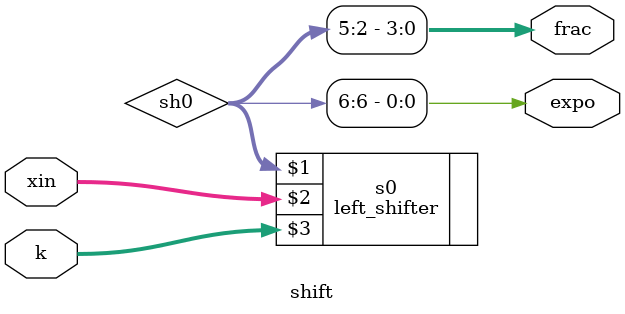
<source format=v>
module shift(expo, frac, xin, k);
input [6:0] xin;
input [2:0] k;

output expo;
output [3:0] frac;

wire [6:0] sh0;

left_shifter s0(sh0, xin, k);

assign expo = sh0[6];

assign frac = sh0[5:2];

endmodule

</source>
